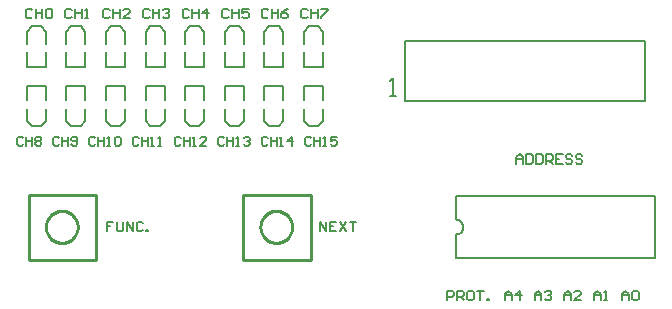
<source format=gto>
%FSDAX24Y24*%
%MOIN*%
%SFA1B1*%

%IPPOS*%
%ADD10C,0.010000*%
%ADD11C,0.007870*%
%ADD12C,0.008000*%
%LNde-140824_1-1*%
%LPD*%
G54D10*
X004268Y003347D02*
D01*
X004267Y003384*
X004263Y003420*
X004257Y003457*
X004248Y003493*
X004236Y003528*
X004222Y003563*
X004206Y003596*
X004188Y003628*
X004167Y003659*
X004144Y003688*
X004119Y003716*
X004093Y003741*
X004064Y003765*
X004034Y003787*
X004003Y003807*
X003970Y003824*
X003936Y003839*
X003901Y003852*
X003865Y003862*
X003829Y003870*
X003792Y003875*
X003755Y003878*
X003718*
X003681Y003875*
X003645Y003870*
X003608Y003862*
X003573Y003852*
X003538Y003839*
X003504Y003824*
X003471Y003807*
X003440Y003787*
X003410Y003765*
X003381Y003741*
X003355Y003716*
X003330Y003688*
X003307Y003659*
X003286Y003628*
X003268Y003596*
X003251Y003563*
X003237Y003528*
X003226Y003493*
X003217Y003457*
X003211Y003420*
X003207Y003384*
X003205Y003347*
X003207Y003309*
X003211Y003273*
X003217Y003236*
X003226Y003200*
X003237Y003165*
X003251Y003130*
X003268Y003097*
X003286Y003065*
X003307Y003034*
X003330Y003005*
X003355Y002977*
X003381Y002952*
X003410Y002928*
X003440Y002906*
X003471Y002886*
X003504Y002869*
X003538Y002854*
X003573Y002841*
X003608Y002831*
X003645Y002823*
X003681Y002818*
X003718Y002815*
X003755*
X003792Y002818*
X003829Y002823*
X003865Y002831*
X003901Y002841*
X003936Y002854*
X003970Y002869*
X004003Y002886*
X004034Y002906*
X004064Y002928*
X004093Y002952*
X004119Y002977*
X004144Y003005*
X004167Y003034*
X004188Y003065*
X004206Y003097*
X004222Y003130*
X004236Y003165*
X004248Y003200*
X004257Y003236*
X004263Y003273*
X004267Y003309*
X004268Y003347*
X011419D02*
D01*
X011417Y003384*
X011413Y003420*
X011407Y003457*
X011398Y003493*
X011386Y003528*
X011373Y003563*
X011356Y003596*
X011338Y003628*
X011317Y003659*
X011294Y003688*
X011269Y003716*
X011243Y003741*
X011214Y003765*
X011184Y003787*
X011153Y003807*
X011120Y003824*
X011086Y003839*
X011051Y003852*
X011016Y003862*
X010979Y003870*
X010943Y003875*
X010906Y003878*
X010868*
X010831Y003875*
X010795Y003870*
X010758Y003862*
X010723Y003852*
X010688Y003839*
X010654Y003824*
X010621Y003807*
X010590Y003787*
X010560Y003765*
X010531Y003741*
X010505Y003716*
X010480Y003688*
X010457Y003659*
X010436Y003628*
X010418Y003596*
X010401Y003563*
X010388Y003528*
X010376Y003493*
X010367Y003457*
X010361Y003420*
X010357Y003384*
X010356Y003347*
X010357Y003309*
X010361Y003273*
X010367Y003236*
X010376Y003200*
X010388Y003165*
X010401Y003130*
X010418Y003097*
X010436Y003065*
X010457Y003034*
X010480Y003005*
X010505Y002977*
X010531Y002952*
X010560Y002928*
X010590Y002906*
X010621Y002886*
X010654Y002869*
X010688Y002854*
X010723Y002841*
X010758Y002831*
X010795Y002823*
X010831Y002818*
X010868Y002815*
X010906*
X010943Y002818*
X010979Y002823*
X011016Y002831*
X011051Y002841*
X011086Y002854*
X011120Y002869*
X011153Y002886*
X011184Y002906*
X011214Y002928*
X011243Y002952*
X011269Y002977*
X011294Y003005*
X011317Y003034*
X011338Y003065*
X011356Y003097*
X011373Y003130*
X011386Y003165*
X011398Y003200*
X011407Y003236*
X011413Y003273*
X011417Y003309*
X011419Y003347*
X002637Y002247D02*
Y004397D01*
Y002247D02*
X004887D01*
Y004397*
X002637D02*
X004887D01*
X009787Y002247D02*
Y004397D01*
Y002247D02*
X012037D01*
Y004397*
X009787D02*
X012037D01*
G54D11*
X016868Y003097D02*
D01*
X016885Y003097*
X016903Y003099*
X016920Y003102*
X016937Y003106*
X016954Y003112*
X016970Y003118*
X016985Y003126*
X017000Y003134*
X017015Y003144*
X017029Y003155*
X017042Y003167*
X017054Y003179*
X017065Y003193*
X017075Y003207*
X017085Y003222*
X017093Y003237*
X017100Y003253*
X017106Y003269*
X017111Y003286*
X017114Y003303*
X017117Y003320*
X017118Y003338*
Y003355*
X017117Y003373*
X017114Y003390*
X017111Y003407*
X017106Y003424*
X017100Y003440*
X017093Y003456*
X017085Y003472*
X017075Y003486*
X017065Y003500*
X017054Y003514*
X017042Y003526*
X017029Y003538*
X017015Y003549*
X017000Y003559*
X016985Y003567*
X016970Y003575*
X016954Y003581*
X016937Y003587*
X016920Y003591*
X016903Y003594*
X016885Y003596*
X016868Y003597*
X011812Y007563D02*
Y008036D01*
X012442Y007563D02*
Y008036D01*
X011812D02*
X012442D01*
X011970Y006697D02*
X012284D01*
X011812Y006894D02*
Y007288D01*
X012284Y006697D02*
X012442Y006894D01*
X011812D02*
X011970Y006697D01*
X012442Y006894D02*
Y007288D01*
X006532Y007563D02*
Y008036D01*
X007162Y007563D02*
Y008036D01*
X006532D02*
X007162D01*
X006690Y006697D02*
X007004D01*
X006532Y006894D02*
Y007288D01*
X007004Y006697D02*
X007162Y006894D01*
X006532D02*
X006690Y006697D01*
X007162Y006894D02*
Y007288D01*
X012442Y008691D02*
Y009164D01*
X011812Y008691D02*
Y009164D01*
Y008691D02*
X012442D01*
X011970Y010030D02*
X012284D01*
X012442Y009439D02*
Y009833D01*
X011812D02*
X011970Y010030D01*
X012284D02*
X012442Y009833D01*
X011812Y009439D02*
Y009833D01*
X007162Y008691D02*
Y009164D01*
X006532Y008691D02*
Y009164D01*
Y008691D02*
X007162D01*
X006690Y010030D02*
X007004D01*
X007162Y009439D02*
Y009833D01*
X006532D02*
X006690Y010030D01*
X007004D02*
X007162Y009833D01*
X006532Y009439D02*
Y009833D01*
X010492Y007563D02*
Y008036D01*
X011122Y007563D02*
Y008036D01*
X010492D02*
X011122D01*
X010650Y006697D02*
X010964D01*
X010492Y006894D02*
Y007288D01*
X010964Y006697D02*
X011122Y006894D01*
X010492D02*
X010650Y006697D01*
X011122Y006894D02*
Y007288D01*
X005212Y007563D02*
Y008036D01*
X005842Y007563D02*
Y008036D01*
X005212D02*
X005842D01*
X005370Y006697D02*
X005684D01*
X005212Y006894D02*
Y007288D01*
X005684Y006697D02*
X005842Y006894D01*
X005212D02*
X005370Y006697D01*
X005842Y006894D02*
Y007288D01*
Y008691D02*
Y009164D01*
X005212Y008691D02*
Y009164D01*
Y008691D02*
X005842D01*
X005370Y010030D02*
X005684D01*
X005842Y009439D02*
Y009833D01*
X005212D02*
X005370Y010030D01*
X005684D02*
X005842Y009833D01*
X005212Y009439D02*
Y009833D01*
X009172Y007563D02*
Y008036D01*
X009802Y007563D02*
Y008036D01*
X009172D02*
X009802D01*
X009330Y006697D02*
X009644D01*
X009172Y006894D02*
Y007288D01*
X009644Y006697D02*
X009802Y006894D01*
X009172D02*
X009330Y006697D01*
X009802Y006894D02*
Y007288D01*
X003892Y007563D02*
Y008036D01*
X004522Y007563D02*
Y008036D01*
X003892D02*
X004522D01*
X004050Y006697D02*
X004364D01*
X003892Y006894D02*
Y007288D01*
X004364Y006697D02*
X004522Y006894D01*
X003892D02*
X004050Y006697D01*
X004522Y006894D02*
Y007288D01*
X009802Y008691D02*
Y009164D01*
X009172Y008691D02*
Y009164D01*
Y008691D02*
X009802D01*
X009330Y010030D02*
X009644D01*
X009802Y009439D02*
Y009833D01*
X009172D02*
X009330Y010030D01*
X009644D02*
X009802Y009833D01*
X009172Y009439D02*
Y009833D01*
X004522Y008691D02*
Y009164D01*
X003892Y008691D02*
Y009164D01*
Y008691D02*
X004522D01*
X004050Y010030D02*
X004364D01*
X004522Y009439D02*
Y009833D01*
X003892D02*
X004050Y010030D01*
X004364D02*
X004522Y009833D01*
X003892Y009439D02*
Y009833D01*
X007852Y007563D02*
Y008036D01*
X008482Y007563D02*
Y008036D01*
X007852D02*
X008482D01*
X008010Y006697D02*
X008324D01*
X007852Y006894D02*
Y007288D01*
X008324Y006697D02*
X008482Y006894D01*
X007852D02*
X008010Y006697D01*
X008482Y006894D02*
Y007288D01*
X002572Y007563D02*
Y008036D01*
X003202Y007563D02*
Y008036D01*
X002572D02*
X003202D01*
X002730Y006697D02*
X003044D01*
X002572Y006894D02*
Y007288D01*
X003044Y006697D02*
X003202Y006894D01*
X002572D02*
X002730Y006697D01*
X003202Y006894D02*
Y007288D01*
Y008691D02*
Y009164D01*
X002572Y008691D02*
Y009164D01*
Y008691D02*
X003202D01*
X002730Y010030D02*
X003044D01*
X003202Y009439D02*
Y009833D01*
X002572D02*
X002730Y010030D01*
X003044D02*
X003202Y009833D01*
X002572Y009439D02*
Y009833D01*
X008482Y008691D02*
Y009164D01*
X007852Y008691D02*
Y009164D01*
Y008691D02*
X008482D01*
X008010Y010030D02*
X008324D01*
X008482Y009439D02*
Y009833D01*
X007852D02*
X008010Y010030D01*
X008324D02*
X008482Y009833D01*
X007852Y009439D02*
Y009833D01*
X011122Y008691D02*
Y009164D01*
X010492Y008691D02*
Y009164D01*
Y008691D02*
X011122D01*
X010650Y010030D02*
X010964D01*
X011122Y009439D02*
Y009833D01*
X010492D02*
X010650Y010030D01*
X010964D02*
X011122Y009833D01*
X010492Y009439D02*
Y009833D01*
X015187Y009547D02*
X023187D01*
X015187Y007547D02*
X023187D01*
X015187D02*
Y009547D01*
X023187Y007547D02*
Y009547D01*
X016868Y004390D02*
X023498D01*
X016868Y002303D02*
X023498D01*
Y004390*
X016868Y003597D02*
Y004390D01*
Y002303D02*
Y003097D01*
G54D12*
X014687Y007697D02*
X014887D01*
X014787*
Y008296*
X014687Y008196*
X016587Y000897D02*
Y001226D01*
X016752*
X016807Y001172*
Y001062*
X016752Y001007*
X016587*
X016917Y000897D02*
Y001226D01*
X017082*
X017137Y001172*
Y001062*
X017082Y001007*
X016917*
X017027D02*
X017137Y000897D01*
X017412Y001226D02*
X017302D01*
X017247Y001172*
Y000952*
X017302Y000897*
X017412*
X017467Y000952*
Y001172*
X017412Y001226*
X017577D02*
X017797D01*
X017687*
Y000897*
X017907D02*
Y000952D01*
X017962*
Y000897*
X017907*
X018511D02*
Y001117D01*
X018621Y001226*
X018731Y001117*
Y000897*
Y001062*
X018511*
X019006Y000897D02*
Y001226D01*
X018841Y001062*
X019061*
X019501Y000897D02*
Y001117D01*
X019611Y001226*
X019721Y001117*
Y000897*
Y001062*
X019501*
X019831Y001172D02*
X019886Y001226D01*
X019996*
X020051Y001172*
Y001117*
X019996Y001062*
X019941*
X019996*
X020051Y001007*
Y000952*
X019996Y000897*
X019886*
X019831Y000952*
X020491Y000897D02*
Y001117D01*
X020601Y001226*
X020711Y001117*
Y000897*
Y001062*
X020491*
X021041Y000897D02*
X020821D01*
X021041Y001117*
Y001172*
X020986Y001226*
X020876*
X020821Y001172*
X021480Y000897D02*
Y001117D01*
X021590Y001226*
X021700Y001117*
Y000897*
Y001062*
X021480*
X021810Y000897D02*
X021920D01*
X021865*
Y001226*
X021810Y001172*
X022415Y000897D02*
Y001117D01*
X022525Y001226*
X022635Y001117*
Y000897*
Y001062*
X022415*
X022745Y001172D02*
X022800Y001226D01*
X022910*
X022965Y001172*
Y000952*
X022910Y000897*
X022800*
X022745Y000952*
Y001172*
X018887Y005447D02*
Y005667D01*
X018997Y005776*
X019107Y005667*
Y005447*
Y005612*
X018887*
X019217Y005776D02*
Y005447D01*
X019382*
X019437Y005502*
Y005722*
X019382Y005776*
X019217*
X019547D02*
Y005447D01*
X019712*
X019767Y005502*
Y005722*
X019712Y005776*
X019547*
X019877Y005447D02*
Y005776D01*
X020042*
X020097Y005722*
Y005612*
X020042Y005557*
X019877*
X019987D02*
X020097Y005447D01*
X020427Y005776D02*
X020207D01*
Y005447*
X020427*
X020207Y005612D02*
X020317D01*
X020756Y005722D02*
X020701Y005776D01*
X020591*
X020536Y005722*
Y005667*
X020591Y005612*
X020701*
X020756Y005557*
Y005502*
X020701Y005447*
X020591*
X020536Y005502*
X021086Y005722D02*
X021031Y005776D01*
X020921*
X020866Y005722*
Y005667*
X020921Y005612*
X021031*
X021086Y005557*
Y005502*
X021031Y005447*
X020921*
X020866Y005502*
X012337Y003197D02*
Y003526D01*
X012557Y003197*
Y003526*
X012887D02*
X012667D01*
Y003197*
X012887*
X012667Y003362D02*
X012777D01*
X012997Y003526D02*
X013217Y003197D01*
Y003526D02*
X012997Y003197D01*
X013327Y003526D02*
X013547D01*
X013437*
Y003197*
X005457Y003526D02*
X005237D01*
Y003362*
X005347*
X005237*
Y003197*
X005567Y003526D02*
Y003252D01*
X005622Y003197*
X005732*
X005787Y003252*
Y003526*
X005897Y003197D02*
Y003526D01*
X006117Y003197*
Y003526*
X006447Y003472D02*
X006392Y003526D01*
X006282*
X006227Y003472*
Y003252*
X006282Y003197*
X006392*
X006447Y003252*
X006557Y003197D02*
Y003252D01*
X006612*
Y003197*
X006557*
X002449Y006299D02*
X002400Y006349D01*
X002300*
X002250Y006299*
Y006100*
X002300Y006050*
X002400*
X002449Y006100*
X002549Y006349D02*
Y006050D01*
Y006199*
X002749*
Y006349*
Y006050*
X002849Y006299D02*
X002899Y006349D01*
X002999*
X003049Y006299*
Y006249*
X002999Y006199*
X003049Y006150*
Y006100*
X002999Y006050*
X002899*
X002849Y006100*
Y006150*
X002899Y006199*
X002849Y006249*
Y006299*
X002899Y006199D02*
X002999D01*
X003649Y006299D02*
X003599Y006349D01*
X003499*
X003449Y006299*
Y006100*
X003499Y006050*
X003599*
X003649Y006100*
X003749Y006349D02*
Y006050D01*
Y006199*
X003949*
Y006349*
Y006050*
X004049Y006100D02*
X004099Y006050D01*
X004199*
X004249Y006100*
Y006299*
X004199Y006349*
X004099*
X004049Y006299*
Y006249*
X004099Y006199*
X004249*
X004849Y006299D02*
X004799Y006349D01*
X004699*
X004649Y006299*
Y006100*
X004699Y006050*
X004799*
X004849Y006100*
X004949Y006349D02*
Y006050D01*
Y006199*
X005149*
Y006349*
Y006050*
X005249D02*
X005349D01*
X005299*
Y006349*
X005249Y006299*
X005498D02*
X005548Y006349D01*
X005648*
X005698Y006299*
Y006100*
X005648Y006050*
X005548*
X005498Y006100*
Y006299*
X006298D02*
X006248Y006349D01*
X006148*
X006098Y006299*
Y006100*
X006148Y006050*
X006248*
X006298Y006100*
X006398Y006349D02*
Y006050D01*
Y006199*
X006598*
Y006349*
Y006050*
X006698D02*
X006798D01*
X006748*
Y006349*
X006698Y006299*
X006948Y006050D02*
X007048D01*
X006998*
Y006349*
X006948Y006299*
X007698D02*
X007648Y006349D01*
X007548*
X007498Y006299*
Y006100*
X007548Y006050*
X007648*
X007698Y006100*
X007798Y006349D02*
Y006050D01*
Y006199*
X007998*
Y006349*
Y006050*
X008098D02*
X008198D01*
X008148*
Y006349*
X008098Y006299*
X008548Y006050D02*
X008348D01*
X008548Y006249*
Y006299*
X008498Y006349*
X008398*
X008348Y006299*
X009147D02*
X009097Y006349D01*
X008997*
X008947Y006299*
Y006100*
X008997Y006050*
X009097*
X009147Y006100*
X009247Y006349D02*
Y006050D01*
Y006199*
X009447*
Y006349*
Y006050*
X009547D02*
X009647D01*
X009597*
Y006349*
X009547Y006299*
X009797D02*
X009847Y006349D01*
X009947*
X009997Y006299*
Y006249*
X009947Y006199*
X009897*
X009947*
X009997Y006150*
Y006100*
X009947Y006050*
X009847*
X009797Y006100*
X010597Y006299D02*
X010547Y006349D01*
X010447*
X010397Y006299*
Y006100*
X010447Y006050*
X010547*
X010597Y006100*
X010697Y006349D02*
Y006050D01*
Y006199*
X010897*
Y006349*
Y006050*
X010997D02*
X011097D01*
X011047*
Y006349*
X010997Y006299*
X011397Y006050D02*
Y006349D01*
X011247Y006199*
X011447*
X012046Y006299D02*
X011996Y006349D01*
X011896*
X011846Y006299*
Y006100*
X011896Y006050*
X011996*
X012046Y006100*
X012146Y006349D02*
Y006050D01*
Y006199*
X012346*
Y006349*
Y006050*
X012446D02*
X012546D01*
X012496*
Y006349*
X012446Y006299*
X012896Y006349D02*
X012696D01*
Y006199*
X012796Y006249*
X012846*
X012896Y006199*
Y006100*
X012846Y006050*
X012746*
X012696Y006100*
X002757Y010572D02*
X002702Y010626D01*
X002592*
X002537Y010572*
Y010352*
X002592Y010297*
X002702*
X002757Y010352*
X002867Y010626D02*
Y010297D01*
Y010462*
X003087*
Y010626*
Y010297*
X003197Y010572D02*
X003252Y010626D01*
X003362*
X003417Y010572*
Y010352*
X003362Y010297*
X003252*
X003197Y010352*
Y010572*
X004076D02*
X004022Y010626D01*
X003912*
X003857Y010572*
Y010352*
X003912Y010297*
X004022*
X004076Y010352*
X004186Y010626D02*
Y010297D01*
Y010462*
X004406*
Y010626*
Y010297*
X004516D02*
X004626D01*
X004571*
Y010626*
X004516Y010572*
X005341D02*
X005286Y010626D01*
X005176*
X005121Y010572*
Y010352*
X005176Y010297*
X005286*
X005341Y010352*
X005451Y010626D02*
Y010297D01*
Y010462*
X005671*
Y010626*
Y010297*
X006001D02*
X005781D01*
X006001Y010517*
Y010572*
X005946Y010626*
X005836*
X005781Y010572*
X006661D02*
X006606Y010626D01*
X006496*
X006441Y010572*
Y010352*
X006496Y010297*
X006606*
X006661Y010352*
X006771Y010626D02*
Y010297D01*
Y010462*
X006991*
Y010626*
Y010297*
X007101Y010572D02*
X007156Y010626D01*
X007265*
X007320Y010572*
Y010517*
X007265Y010462*
X007210*
X007265*
X007320Y010407*
Y010352*
X007265Y010297*
X007156*
X007101Y010352*
X007980Y010572D02*
X007925Y010626D01*
X007815*
X007760Y010572*
Y010352*
X007815Y010297*
X007925*
X007980Y010352*
X008090Y010626D02*
Y010297D01*
Y010462*
X008310*
Y010626*
Y010297*
X008585D02*
Y010626D01*
X008420Y010462*
X008640*
X009300Y010572D02*
X009245Y010626D01*
X009135*
X009080Y010572*
Y010352*
X009135Y010297*
X009245*
X009300Y010352*
X009410Y010626D02*
Y010297D01*
Y010462*
X009630*
Y010626*
Y010297*
X009960Y010626D02*
X009740D01*
Y010462*
X009850Y010517*
X009905*
X009960Y010462*
Y010352*
X009905Y010297*
X009795*
X009740Y010352*
X010619Y010572D02*
X010564Y010626D01*
X010454*
X010399Y010572*
Y010352*
X010454Y010297*
X010564*
X010619Y010352*
X010729Y010626D02*
Y010297D01*
Y010462*
X010949*
Y010626*
Y010297*
X011279Y010626D02*
X011169Y010572D01*
X011059Y010462*
Y010352*
X011114Y010297*
X011224*
X011279Y010352*
Y010407*
X011224Y010462*
X011059*
X011939Y010572D02*
X011884Y010626D01*
X011774*
X011719Y010572*
Y010352*
X011774Y010297*
X011884*
X011939Y010352*
X012049Y010626D02*
Y010297D01*
Y010462*
X012269*
Y010626*
Y010297*
X012379Y010626D02*
X012599D01*
Y010572*
X012379Y010352*
Y010297*
M02*
</source>
